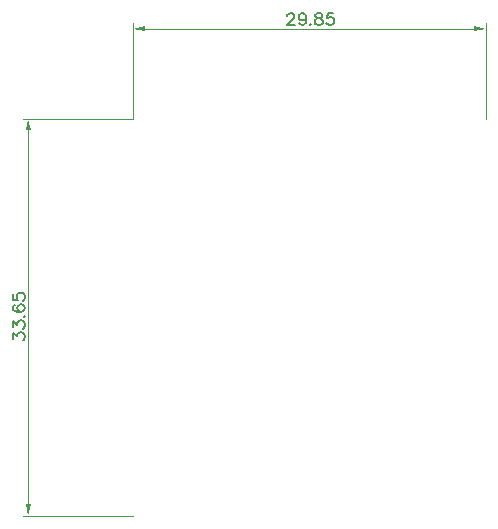
<source format=gbr>
G04 DipTrace 3.2.0.1*
G04 TopDimension.gbr*
%MOMM*%
G04 #@! TF.FileFunction,Drawing,Top*
G04 #@! TF.Part,Single*
%ADD13C,0.035*%
%ADD54C,0.15686*%
%FSLAX35Y35*%
G04*
G71*
G90*
G75*
G01*
G04 TopDimension*
%LPD*%
X-1651000Y3873500D2*
D13*
Y4685500D1*
X1333500Y3873500D2*
Y4685500D1*
X-158750Y4635500D2*
X-1551000D1*
G36*
X-1651000D2*
X-1551000Y4655500D1*
Y4615500D1*
X-1651000Y4635500D1*
G37*
X-158750D2*
D13*
X1233500D1*
G36*
X1333500D2*
X1233500Y4615500D1*
Y4655500D1*
X1333500Y4635500D1*
G37*
X-1651000Y3873500D2*
D13*
X-2590000D1*
X-1651000Y508000D2*
X-2590000D1*
X-2540000Y2190750D2*
Y3773500D1*
G36*
Y3873500D2*
X-2520000Y3773500D1*
X-2560000D1*
X-2540000Y3873500D1*
G37*
Y2190750D2*
D13*
Y608000D1*
G36*
Y508000D2*
X-2560000Y608000D1*
X-2520000D1*
X-2540000Y508000D1*
G37*
X-347242Y4744232D2*
D54*
Y4749061D1*
X-342413Y4758832D1*
X-337583Y4763661D1*
X-327813Y4768491D1*
X-308383D1*
X-298725Y4763661D1*
X-293896Y4758832D1*
X-288954Y4749061D1*
Y4739403D1*
X-293896Y4729632D1*
X-303554Y4715145D1*
X-352183Y4666515D1*
X-284125D1*
X-189523Y4734574D2*
X-194465Y4719974D1*
X-204123Y4710203D1*
X-218723Y4705374D1*
X-223552D1*
X-238152Y4710203D1*
X-247811Y4719974D1*
X-252752Y4734574D1*
Y4739403D1*
X-247811Y4754003D1*
X-238152Y4763661D1*
X-223552Y4768491D1*
X-218723D1*
X-204123Y4763661D1*
X-194465Y4754003D1*
X-189523Y4734574D1*
Y4710203D1*
X-194465Y4685945D1*
X-204123Y4671345D1*
X-218723Y4666515D1*
X-228382D1*
X-242982Y4671345D1*
X-247811Y4681115D1*
X-153321Y4676286D2*
X-158151Y4671345D1*
X-153321Y4666515D1*
X-148380Y4671345D1*
X-153321Y4676286D1*
X-92749Y4768491D2*
X-107237Y4763661D1*
X-112178Y4754003D1*
Y4744232D1*
X-107237Y4734574D1*
X-97578Y4729632D1*
X-78149Y4724803D1*
X-63549Y4719974D1*
X-53890Y4710203D1*
X-49061Y4700545D1*
Y4685945D1*
X-53890Y4676286D1*
X-58720Y4671345D1*
X-73320Y4666515D1*
X-92749D1*
X-107237Y4671345D1*
X-112178Y4676286D1*
X-117007Y4685945D1*
Y4700545D1*
X-112178Y4710203D1*
X-102407Y4719974D1*
X-87920Y4724803D1*
X-68490Y4729632D1*
X-58720Y4734574D1*
X-53890Y4744232D1*
Y4754003D1*
X-58720Y4763661D1*
X-73320Y4768491D1*
X-92749D1*
X40599D2*
X-7918D1*
X-12747Y4724803D1*
X-7918Y4729632D1*
X6682Y4734574D1*
X21170D1*
X35770Y4729632D1*
X45541Y4719974D1*
X50370Y4705374D1*
Y4695715D1*
X45541Y4681115D1*
X35770Y4671345D1*
X21170Y4666515D1*
X6682D1*
X-7918Y4671345D1*
X-12747Y4676286D1*
X-17689Y4685945D1*
X-2672991Y2007087D2*
Y2060433D1*
X-2634132Y2031346D1*
Y2045946D1*
X-2629303Y2055604D1*
X-2624474Y2060433D1*
X-2609874Y2065375D1*
X-2600215D1*
X-2585615Y2060433D1*
X-2575845Y2050775D1*
X-2571015Y2036175D1*
Y2021575D1*
X-2575845Y2007087D1*
X-2580786Y2002258D1*
X-2590445Y1997317D1*
X-2672991Y2106518D2*
Y2159864D1*
X-2634132Y2130777D1*
Y2145377D1*
X-2629303Y2155035D1*
X-2624474Y2159864D1*
X-2609874Y2164806D1*
X-2600215D1*
X-2585615Y2159864D1*
X-2575845Y2150206D1*
X-2571015Y2135606D1*
Y2121006D1*
X-2575845Y2106518D1*
X-2580786Y2101689D1*
X-2590445Y2096748D1*
X-2580786Y2201008D2*
X-2575845Y2196179D1*
X-2571015Y2201008D1*
X-2575845Y2205949D1*
X-2580786Y2201008D1*
X-2658503Y2295610D2*
X-2668161Y2290780D1*
X-2672991Y2276180D1*
Y2266522D1*
X-2668161Y2251922D1*
X-2653561Y2242151D1*
X-2629303Y2237322D1*
X-2605045D1*
X-2585615Y2242151D1*
X-2575845Y2251922D1*
X-2571015Y2266522D1*
Y2271351D1*
X-2575845Y2285839D1*
X-2585615Y2295610D1*
X-2600215Y2300439D1*
X-2605045D1*
X-2619645Y2295610D1*
X-2629303Y2285839D1*
X-2634132Y2271351D1*
Y2266522D1*
X-2629303Y2251922D1*
X-2619645Y2242151D1*
X-2605045Y2237322D1*
X-2672991Y2390099D2*
Y2341582D1*
X-2629303Y2336753D1*
X-2634132Y2341582D1*
X-2639074Y2356182D1*
Y2370670D1*
X-2634132Y2385270D1*
X-2624474Y2395041D1*
X-2609874Y2399870D1*
X-2600215D1*
X-2585615Y2395041D1*
X-2575845Y2385270D1*
X-2571015Y2370670D1*
Y2356182D1*
X-2575845Y2341582D1*
X-2580786Y2336753D1*
X-2590445Y2331811D1*
M02*

</source>
